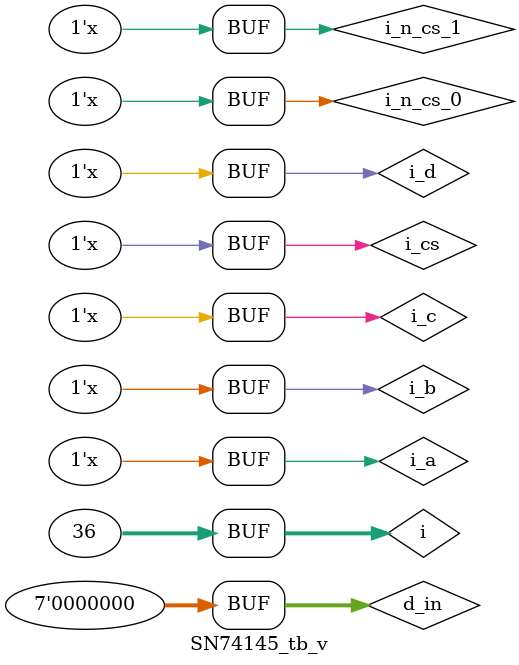
<source format=v>

`timescale 1ms/1ms

module SN74145_tb_v;
  
  reg  i_a, i_b, i_c, i_d;
  reg  i_cs, i_n_cs_0, i_n_cs_1;
  wire o_0, o_1, o_2, o_3, o_4, o_5, o_6, o_7, o_8, o_9;
 
  
  // reg i_a, i_b, i_c, i_d;
  reg [6:0] d_in = 4'b0000;
  integer i;
  
  // duv port map options:
  // SN74145_v__no_always duv (.i_code(i_code), .o_code(o_code), .o_valid(o_valid)); 
  SN74145_v duv (.i_a(i_a), .i_b(i_b), .i_c(i_c), .i_d(i_d),
                                  .i_cs(i_cs), .i_n_cs_0(i_n_cs_0), .i_n_cs_1(i_n_cs_1),
                                  .o_0 (o_0 ),
                                  .o_1 (o_1 ),
                                  .o_2 (o_2 ),
                                  .o_3 (o_3 ),
                                  .o_4 (o_4 ),
                                  .o_5 (o_5 ),
                                  .o_6 (o_6 ),
                                  .o_7 (o_7 ),
                                  .o_8 (o_8 ),
                                  .o_9 (o_9 )); 
  
  //procedure statement
  initial begin
      
      
      // #1000 i_code = 4'b1111;
      // #1000 i_code = 4'b1111;
      // #1000 i_code = 4'b1111;
      // #1000 i_code = 4'b0100;
      // #1000 i_code = 4'b0101;
      // #1000 i_code = 4'b0001;
      // #1000 i_code = 4'b0000;
      
      
      for (i = 0 ; i < 36 ; i = i + 1) begin
        // #1000 i_code = d_in;
        #1000 i_a = d_in[0]; i_b = d_in[1]; i_c = d_in[2]; i_d = d_in[3]; i_cs = d_in[4]; i_n_cs_0 = d_in[5]; i_n_cs_1 = d_in[6];
        d_in = d_in + 1;
      end
          
    end

endmodule

</source>
